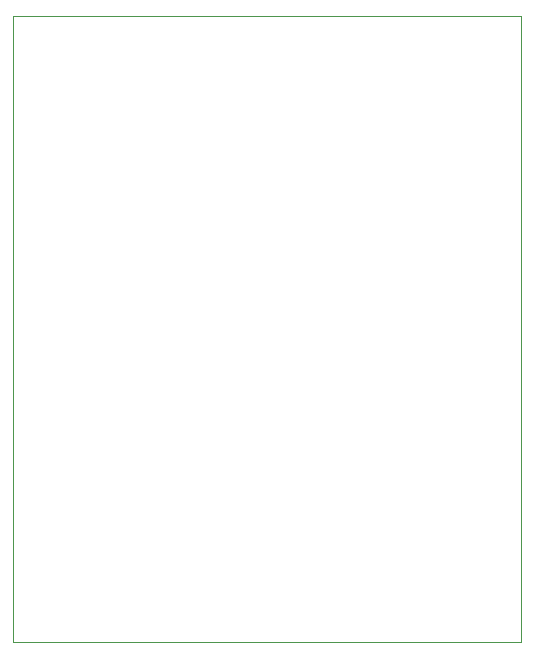
<source format=gbr>
%TF.GenerationSoftware,KiCad,Pcbnew,9.0.2*%
%TF.CreationDate,2025-06-10T14:23:58-07:00*%
%TF.ProjectId,LockerHacks Remake,4c6f636b-6572-4486-9163-6b732052656d,rev?*%
%TF.SameCoordinates,Original*%
%TF.FileFunction,Profile,NP*%
%FSLAX46Y46*%
G04 Gerber Fmt 4.6, Leading zero omitted, Abs format (unit mm)*
G04 Created by KiCad (PCBNEW 9.0.2) date 2025-06-10 14:23:58*
%MOMM*%
%LPD*%
G01*
G04 APERTURE LIST*
%TA.AperFunction,Profile*%
%ADD10C,0.050000*%
%TD*%
G04 APERTURE END LIST*
D10*
X98300000Y-58900000D02*
X141300000Y-58900000D01*
X141300000Y-111900000D01*
X98300000Y-111900000D01*
X98300000Y-58900000D01*
M02*

</source>
